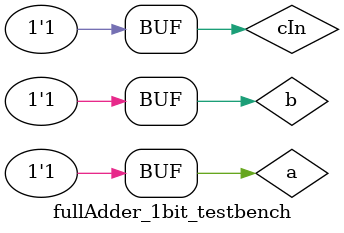
<source format=sv>
`timescale 1ns/10ps


module fullAdder_1bit (a, b, cIn, cOut, s );   
	output logic  s, cOut;   
	input  logic  a, b, cIn;   
	logic ab, bc, ac; //AND results of a, b, cIn;
	parameter DELAY = 0.05;
	
	
	and #DELAY andAB (ab, a, b);
	and #DELAY andBC (bc, b, cIn);
	and #DELAY andAC (ac, a, cIn);
	
	// or1 and following 2 OR gates are used to get cOut from 2-input gates
	// logic or1;                           
	// or #DELAY firstOR (or1, ab, bc);     //
	// or #DELAY cOutResult (cOut, or1, ac);// 
	
	
	or  #DELAY cOutResult (cOut, ab, bc, ac); //cOut from 1 OR gate w/ 3 inputs
	
	xor #DELAY sumResult (s, a, b, cIn);
	
	
endmodule 


module fullAdder_1bit_testbench();
 logic a, b, cIn, cOut, s;

 fullAdder_1bit dut (.a, .b, .cIn, .cOut, .s);

 initial begin
	 a = 0; b = 0; cIn = 0; #10;
	 a = 0; b = 1; cIn = 0; #10;
	 a = 1; b = 0; cIn = 0; #10;
	 a = 1; b = 1; cIn = 0; #10;
	 a = 0; b = 0; cIn = 1; #10;
	 a = 0; b = 1; cIn = 1; #10;
	 a = 1; b = 0; cIn = 1; #10;
	 a = 1; b = 1; cIn = 1; #10;
 end
 
endmodule 
</source>
